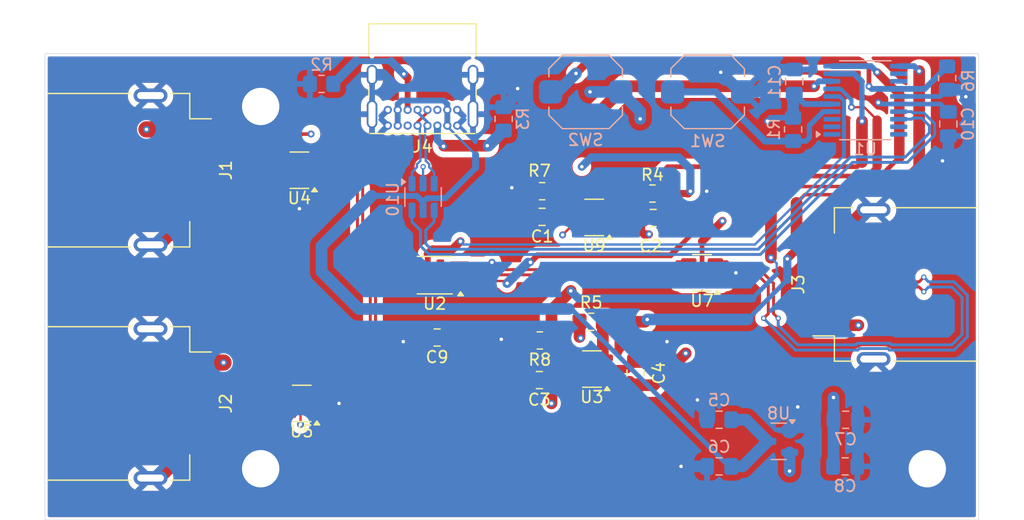
<source format=kicad_pcb>
(kicad_pcb (version 20241229) (generator "pcbnew") (generator_version "9.0")
  (layers (0 "F.Cu" signal) (4 "In1.Cu" signal) (6 "In2.Cu" signal) (2 "B.Cu" signal) (13 "F.Paste" user) (15 "B.Paste" user) (5 "F.SilkS" user "F.Silkscreen") (7 "B.SilkS" user "B.Silkscreen") (1 "F.Mask" user) (3 "B.Mask" user) (25 "Edge.Cuts" user))
  (net 0 "")
  (net 1 "VBUS_USB_0")
  (net 2 "GNDREF")
  (net 3 "VBUS_DEV")
  (net 4 "VBUS_USB_1")
  (net 5 "VBUS")
  (net 6 "VCC")
  (net 7 "/USB_0_P")
  (net 8 "/USB_0_N")
  (net 9 "/USB_1_P")
  (net 10 "/USB_1_N")
  (net 11 "/USB_D_N")
  (net 12 "/USB_D_P")
  (net 13 "/USB_C_N")
  (net 16 "Net-(J4-CC1)")
  (net 17 "/USB_C_P")
  (net 18 "Net-(J4-CC2)")
  (net 19 "/nRST")
  (net 20 "/BOOT0")
  (net 22 "/nFLT_0")
  (net 26 "/MUX_nOE")
  (net 27 "/nFLT_1")
  (net 29 "/MUX_SEL")
  (net 32 "/EN_0")
  (net 33 "/EN_1")
  (net 34 "/USB_CTRL_DATA_N")
  (net 35 "/USB_CTRL_DATA_P")
  (net 36 "/USB_0_DATA_N")
  (net 37 "/USB_1_DATA_P")
  (net 38 "/USB_0_DATA_P")
  (net 39 "/USB_1_DATA_N")
  (net 40 "/USB_DEV_P")
  (net 41 "/USB_DEV_N")
  (footprint "Capacitor_SMD:C_0805_2012Metric_Pad1.18x1.45mm_HandSolder" (layer "F.Cu") (at 112.575 89.575 90)
    (property "Reference" "C4")
    (property "Value" "150uF")
  )
  (footprint "MountingHole:MountingHole_3.2mm_M3_DIN965_Pad" (layer "F.Cu") (at 80.460496 66.709901)
    (property "Reference" "H1" (hide yes))
    (property "Value" "MountingHole_Pad" (hide yes))
  )
  (footprint "Package_TO_SOT_SMD:SOT-23-6" (layer "F.Cu") (at 118.275 80.975 180)
    (property "Reference" "U7")
    (property "Value" "USBLC6-2SC6")
  )
  (footprint "MountingHole:MountingHole_3.2mm_M3_DIN965_Pad" (layer "F.Cu") (at 137.573 97.775)
    (property "Reference" "H3" (hide yes))
    (property "Value" "MountingHole_Pad" (hide yes))
  )
  (footprint "Connector_USB:USB_A_Receptacle_GCT_USB1046" (layer "F.Cu") (at 136.522218 81.970149 90)
    (property "Reference" "J3")
    (property "Value" "USB_A")
  )
  (footprint "Package_TO_SOT_SMD:SOT-23-6" (layer "F.Cu") (at 83.775 72.175 180)
    (property "Reference" "U4")
    (property "Value" "USBLC6-2SC6")
  )
  (footprint "Package_TO_SOT_SMD:SOT-23-6" (layer "F.Cu") (at 83.975 92.175 180)
    (property "Reference" "U5")
    (property "Value" "USBLC6-2SC6")
  )
  (footprint "Resistor_SMD:R_0805_2012Metric_Pad1.20x1.40mm_HandSolder" (layer "F.Cu") (at 114.025 74.175 180)
    (property "Reference" "R4")
    (property "Value" "10k")
  )
  (footprint "Resistor_SMD:R_0805_2012Metric_Pad1.20x1.40mm_HandSolder" (layer "F.Cu") (at 104.575 73.975 180)
    (property "Reference" "R7")
    (property "Value" "10k")
  )
  (footprint "Connector_USB:USB_A_Receptacle_GCT_USB1046" (layer "F.Cu") (at 67.475 72.175 -90)
    (property "Reference" "J1")
    (property "Value" "USB_0")
  )
  (footprint "MountingHole:MountingHole_3.2mm_M3_DIN965_Pad" (layer "F.Cu") (at 80.460496 97.775)
    (property "Reference" "H2" (hide yes))
    (property "Value" "MountingHole_Pad" (hide yes))
  )
  (footprint "Connector_USB:USB_A_Receptacle_GCT_USB1046" (layer "F.Cu") (at 67.475 92.175 -90)
    (property "Reference" "J2")
    (property "Value" "USB_1")
  )
  (footprint "Package_TO_SOT_SMD:SOT-23-5" (layer "F.Cu") (at 108.8375 89.225 180)
    (property "Reference" "U3")
    (property "Value" "TPS2051CDBV")
  )
  (footprint "Package_SO:MSOP-10_3x3mm_P0.5mm" (layer "F.Cu") (at 95.375 81.175 180)
    (property "Reference" "U2")
    (property "Value" "FSUSB42MUX")
  )
  (footprint "Capacitor_SMD:C_0805_2012Metric_Pad1.18x1.45mm_HandSolder" (layer "F.Cu") (at 104.3375 90.175 180)
    (property "Reference" "C3")
    (property "Value" "100nF")
  )
  (footprint "Capacitor_SMD:C_0805_2012Metric_Pad1.18x1.45mm_HandSolder" (layer "F.Cu") (at 114.0875 76.275)
    (property "Reference" "C2")
    (property "Value" "150uF")
  )
  (footprint "Resistor_SMD:R_0805_2012Metric_Pad1.20x1.40mm_HandSolder" (layer "F.Cu") (at 104.375 86.775 180)
    (property "Reference" "R8")
    (property "Value" "10k")
  )
  (footprint "Package_TO_SOT_SMD:SOT-23-5" (layer "F.Cu") (at 109.0375 76.225 180)
    (property "Reference" "U9")
    (property "Value" "TPS2051CDBV")
  )
  (footprint "Resistor_SMD:R_0805_2012Metric_Pad1.20x1.40mm_HandSolder" (layer "F.Cu") (at 108.775 85.175)
    (property "Reference" "R5")
    (property "Value" "10k")
  )
  (footprint "Connector_USB:USB_C_Receptacle_GCT_USB4085" (layer "F.Cu") (at 97.300068 68.351494 180)
    (property "Reference" "J4")
    (property "Value" "USB_C_Receptacle")
  )
  (footprint "Capacitor_SMD:C_0805_2012Metric_Pad1.18x1.45mm_HandSolder" (layer "F.Cu") (at 104.575 76.175 180)
    (property "Reference" "C1")
    (property "Value" "100nF")
  )
  (footprint "Capacitor_SMD:C_0805_2012Metric_Pad1.18x1.45mm_HandSolder" (layer "F.Cu") (at 95.575 86.525 180)
    (property "Reference" "C9")
    (property "Value" "100nF")
  )
  (footprint "Capacitor_SMD:C_0805_2012Metric_Pad1.18x1.45mm_HandSolder" (layer "B.Cu") (at 119.7375 97.575 180)
    (property "Reference" "C6")
    (property "Value" "100nF")
  )
  (footprint "Package_TO_SOT_SMD:SOT-23-6" (layer "B.Cu") (at 94.375 74.475 -90)
    (property "Reference" "U10")
    (property "Value" "USBLC6-2SC6")
  )
  (footprint "Capacitor_SMD:C_0805_2012Metric_Pad1.18x1.45mm_HandSolder" (layer "B.Cu") (at 130.575 93.575)
    (property "Reference" "C7")
    (property "Value" "100nF")
  )
  (footprint "Resistor_SMD:R_0805_2012Metric_Pad1.20x1.40mm_HandSolder" (layer "B.Cu") (at 85.675 64.775 180)
    (property "Reference" "R2")
    (property "Value" "5.1k")
  )
  (footprint "Button_Switch_SMD:SW_Push_1TS009xxxx-xxxx-xxxx_6x6x5mm" (layer "B.Cu") (at 108.30339 65.457735 180)
    (property "Reference" "SW2")
    (property "Value" "SW_Push")
  )
  (footprint "Capacitor_SMD:C_0805_2012Metric_Pad1.18x1.45mm_HandSolder" (layer "B.Cu") (at 126.175 64.575 -90)
    (property "Reference" "C11")
    (property "Value" "100nF")
  )
  (footprint "Package_SO:TSSOP-20_4.4x6.5mm_P0.65mm" (layer "B.Cu") (at 132.2625 66.175)
    (property "Reference" "U1")
    (property "Value" "STM32F042F4Px")
  )
  (footprint "Capacitor_SMD:C_0805_2012Metric_Pad1.18x1.45mm_HandSolder" (layer "B.Cu") (at 119.7375 93.575 180)
    (property "Reference" "C5")
    (property "Value" "100nF")
  )
  (footprint "Resistor_SMD:R_0805_2012Metric_Pad1.20x1.40mm_HandSolder" (layer "B.Cu") (at 126.075 68.675 -90)
    (property "Reference" "R1")
    (property "Value" "10k")
  )
  (footprint "Resistor_SMD:R_0805_2012Metric_Pad1.20x1.40mm_HandSolder" (layer "B.Cu") (at 139.275 64.275 -90)
    (property "Reference" "R6")
    (property "Value" "10k")
  )
  (footprint "Capacitor_SMD:C_0805_2012Metric_Pad1.18x1.45mm_HandSolder" (layer "B.Cu") (at 130.5375 97.575)
    (property "Reference" "C8")
    (property "Value" "100nF")
  )
  (footprint "Button_Switch_SMD:SW_Push_1TS009xxxx-xxxx-xxxx_6x6x5mm" (layer "B.Cu") (at 118.755896 65.457735 180)
    (property "Reference" "SW1")
    (property "Value" "SW_Push")
  )
  (footprint "Package_TO_SOT_SMD:SOT-23" (layer "B.Cu") (at 124.8375 95.425 180)
    (property "Reference" "U8")
    (property "Value" "MCP1700x-330xxTT")
  )
  (footprint "Capacitor_SMD:C_0805_2012Metric_Pad1.18x1.45mm_HandSolder" (layer "B.Cu") (at 139.375 68.2125 90)
    (property "Reference" "C10")
    (property "Value" "100nF")
  )
  (footprint "Resistor_SMD:R_0805_2012Metric_Pad1.20x1.40mm_HandSolder" (layer "B.Cu") (at 101.275 67.775 90)
    (property "Reference" "R3")
    (property "Value" "5.1k")
  )
  (gr_rect (start 61.975 62.175) (end 141.975 102.175) (stroke (width 0.05)) (fill no) (layer "Edge.Cuts"))
  (segment (start 117.075 74.175) (end 117.275 73.975) (width 0.7) (layer "F.Cu") (net 1))
  (segment (start 83.601 69.475) (end 84.001 69.075) (width 0.3) (layer "F.Cu") (net 1))
  (segment (start 83.275 72.175) (end 83.601 71.849) (width 0.2) (layer "F.Cu") (net 1))
  (segment (start 107.9 77.175) (end 106.875 77.175) (width 0.2) (layer "F.Cu") (net 1))
  (segment (start 74.725 68.675) (end 70.675 68.675) (width 1.4) (layer "F.Cu") (net 1))
  (segment (start 106.325 77.725) (end 106.275 77.775) (width 0.2) (layer "F.Cu") (net 1))
  (segment (start 105.6125 76.175) (end 106.9 76.175) (width 0.4) (layer "F.Cu") (net 1))
  (segment (start 115.025 74.175) (end 117.075 74.175) (width 0.6) (layer "F.Cu") (net 1))
  (segment (start 106.875 77.175) (end 106.325 77.725) (width 0.2) (layer "F.Cu") (net 1))
  (segment (start 83.601 71.849) (end 83.601 71.565968) (width 0.2) (layer "F.Cu") (net 1))
  (segment (start 84.001 69.075) (end 84.775 69.075) (width 0.3) (layer "F.Cu") (net 1))
  (segment (start 106.9 76.175) (end 107.9 77.175) (width 0.4) (layer "F.Cu") (net 1))
  (segment (start 82.6375 72.175) (end 83.275 72.175) (width 0.2) (layer "F.Cu") (net 1))
  (segment (start 83.601 71.565968) (end 83.601 69.475) (width 0.3) (layer "F.Cu") (net 1))
  (via (at 117.275 73.975) (size 0.6) (drill 0.3) (layers "F.Cu" "B.Cu") (net 1))
  (via (at 107.975 71.875) (size 0.6) (drill 0.3) (layers "F.Cu" "B.Cu") (net 1))
  (via (at 106.325 77.725) (size 0.6) (drill 0.3) (layers "F.Cu" "B.Cu") (net 1))
  (via (at 70.675 68.675) (size 0.6) (drill 0.3) (layers "F.Cu" "B.Cu") (net 1))
  (via (at 84.775 69.075) (size 0.6) (drill 0.3) (layers "F.Cu" "B.Cu") (net 1))
  (segment (start 117.275 72.075) (end 117.275 73.975) (width 0.7) (layer "B.Cu") (net 1))
  (segment (start 113.675 71.075) (end 108.775 71.075) (width 0.7) (layer "B.Cu") (net 1))
  (segment (start 116.275 71.075) (end 117.275 72.075) (width 0.7) (layer "B.Cu") (net 1))
  (segment (start 108.775 71.075) (end 107.975 71.875) (width 0.7) (layer "B.Cu") (net 1))
  (segment (start 113.675 71.075) (end 116.275 71.075) (width 0.7) (layer "B.Cu") (net 1))
  (segment (start 132.172218 75.570149) (end 132.972218 75.570149) (width 0.2) (layer "F.Cu") (net 2))
  (segment (start 83.775 75.475) (end 83.775 75.575) (width 0.2) (layer "F.Cu") (net 2))
  (segment (start 118.675 74.475) (end 118.675 73.975) (width 1) (layer "F.Cu") (net 2))
  (segment (start 93.025 86.525) (end 92.675 86.875) (width 1) (layer "F.Cu") (net 2))
  (segment (start 100.175 80.175) (end 100.275 80.075) (width 0.2) (layer "F.Cu") (net 2))
  (segment (start 83.775 72.650001) (end 83.775 75.475) (width 0.4) (layer "F.Cu") (net 2))
  (segment (start 103.375 90.1) (end 103.3 90.175) (width 0.2) (layer "F.Cu") (net 2))
  (segment (start 74.725 95.675) (end 71.825 98.575) (width 1) (layer "F.Cu") (net 2))
  (segment (start 103.375 86.775) (end 101.175 86.775) (width 1) (layer "F.Cu") (net 2))
  (segment (start 74.725 75.675) (end 71.825 78.575) (width 1) (layer "F.Cu") (net 2))
  (segment (start 103.375 86.775) (end 103.375 90.1) (width 0.7) (layer "F.Cu") (net 2))
  (segment (start 115.826 75.574) (end 117.576 75.574) (width 0.2) (layer "F.Cu") (net 2))
  (segment (start 91.350068 68.351494) (end 91.350068 68.28084) (width 0.2) (layer "F.Cu") (net 2))
  (segment (start 111.425 76.225) (end 112.401 75.249) (width 0.4) (layer "F.Cu") (net 2))
  (segment (start 115.125 76.275) (end 115.826 75.574) (width 0.5) (layer "F.Cu") (net 2))
  (segment (start 84.9125 72.175) (end 84.250001 72.175) (width 0.2) (layer "F.Cu") (net 2))
  (segment (start 94.5375 86.525) (end 93.025 86.525) (width 1) (layer "F.Cu") (net 2))
  (segment (start 71.825 78.575) (end 71.025 78.575) (width 0.2) (layer "F.Cu") (net 2))
  (segment (start 103.5375 74.0125) (end 103.575 73.975) (width 0.2) (layer "F.Cu") (net 2))
  (segment (start 85.1125 92.175) (end 87.175 92.175) (width 0.2) (layer "F.Cu") (net 2))
  (segment (start 112.575 88.5375) (end 113.6125 88.5375) (width 0.7) (layer "F.Cu") (net 2))
  (segment (start 92.675 86.875) (end 92.575 86.975) (width 0.2) (layer "F.Cu") (net 2))
  (segment (start 84.250001 72.175) (end 83.775 72.650001) (width 0.2) (layer "F.Cu") (net 2))
  (segment (start 119.4125 80.975) (end 121.175 80.975) (width 0.2) (layer "F.Cu") (net 2))
  (segment (start 114.099 75.249) (end 115.125 76.275) (width 0.2) (layer "F.Cu") (net 2))
  (segment (start 97.4875 80.175) (end 100.175 80.175) (width 0.2) (layer "F.Cu") (net 2))
  (segment (start 101.175 86.775) (end 101.075 86.675) (width 0.2) (layer "F.Cu") (net 2))
  (segment (start 113.6125 88.5375) (end 115.275 86.875) (width 0.7) (layer "F.Cu") (net 2))
  (segment (start 109.975 89.225) (end 111.8875 89.225) (width 0.7) (layer "F.Cu") (net 2))
  (segment (start 103.575 73.975) (end 102.275 73.975) (width 1) (layer "F.Cu") (net 2))
  (segment (start 129.272218 78.470149) (end 132.172218 75.570149) (width 1) (layer "F.Cu") (net 2))
  (segment (start 117.576 75.574) (end 118.675 74.475) (width 0.5) (layer "F.Cu") (net 2))
  (segment (start 102.275 73.975) (end 101.975 73.675) (width 1) (layer "F.Cu") (net 2))
  (segment (start 103.5375 76.175) (end 103.5375 74.0125) (width 1) (layer "F.Cu") (net 2))
  (segment (start 110.175 76.225) (end 111.425 76.225) (width 0.4) (layer "F.Cu") (net 2))
  (segment (start 71.825 98.575) (end 71.025 98.575) (width 0.2) (layer "F.Cu") (net 2))
  (segment (start 112.401 75.249) (end 114.099 75.249) (width 0.2) (layer "F.Cu") (net 2))
  (segment (start 111.8875 89.225) (end 112.575 88.5375) (width 0.7) (layer "F.Cu") (net 2))
  (segment (start 101.075 86.675) (end 100.975 86.575) (width 0.2) (layer "F.Cu") (net 2))
  (via (at 115.275 86.875) (size 0.6) (drill 0.3) (layers "F.Cu" "B.Cu") (net 2))
  (via (at 101.075 86.675) (size 0.6) (drill 0.3) (layers "F.Cu" "B.Cu") (net 2))
  (via (at 118.675 73.975) (size 0.6) (drill 0.3) (layers "F.Cu" "B.Cu") (net 2))
  (via (at 94.375 71.875) (size 0.45) (drill 0.25) (layers "F.Cu" "B.Cu") (net 2))
  (via (at 126.475 92.475) (size 0.6) (drill 0.3) (layers "F.Cu" "B.Cu") (net 2))
  (via (at 101.975 73.675) (size 0.6) (drill 0.3) (layers "F.Cu" "B.Cu") (net 2))
  (via (at 138.875 71.375) (size 0.6) (drill 0.3) (layers "F.Cu" "B.Cu") (net 2))
  (via (at 100.275 80.075) (size 0.6) (drill 0.3) (layers "F.Cu" "B.Cu") (net 2))
  (via (at 116.475 97.575) (size 0.6) (drill 0.3) (layers "F.Cu" "B.Cu") (net 2))
  (via (at 119.875 63.775) (size 0.6) (drill 0.3) (layers "F.Cu" "B.Cu") (net 2))
  (via (at 87.175 92.175) (size 0.6) (drill 0.3) (layers "F.Cu" "B.Cu") (net 2))
  (via (at 117.875 91.875) (size 0.6) (drill 0.3) (layers "F.Cu" "B.Cu") (net 2))
  (via (at 102.475 65.175) (size 0.6) (drill 0.3) (layers "F.Cu" "B.Cu") (net 2))
  (via (at 121.175 80.975) (size 0.6) (drill 0.3) (layers "F.Cu" "B.Cu") (net 2))
  (via (at 92.675 86.875) (size 0.6) (drill 0.3) (layers "F.Cu" "B.Cu") (net 2))
  (via (at 83.775 75.475) (size 0.6) (drill 0.3) (layers "F.Cu" "B.Cu") (net 2))
  (via (at 140.875 65.875) (size 0.6) (drill 0.3) (layers "F.Cu" "B.Cu") (net 2))
  (segment (start 140.875 65.375) (end 140.875 65.875) (width 1) (layer "B.Cu") (net 2))
  (segment (start 140.775 65.275) (end 140.875 65.375) (width 1) (layer "B.Cu") (net 2))
  (segment (start 126.475 93.775) (end 126.475 92.475) (width 1.4) (layer "B.Cu") (net 2))
  (segment (start 102.475 65.575) (end 102.475 65.175) (width 1) (layer "B.Cu") (net 2))
  (segment (start 118.7 97.575) (end 116.475 97.575) (width 1) (layer "B.Cu") (net 2))
  (segment (start 118.7 92.7) (end 117.875 91.875) (width 1.4) (layer "B.Cu") (net 2))
  (segment (start 121.755896 65.457735) (end 122.992265 65.457735) (width 1) (layer "B.Cu") (net 2))
  (segment (start 139.275 65.275) (end 138.7 65.85) (width 0.4) (layer "B.Cu") (net 2))
  (segment (start 101.275 66.775) (end 102.475 65.575) (width 1) (layer "B.Cu") (net 2))
  (segment (start 131.6125 93.575) (end 131.6125 97.5375) (width 1) (layer "B.Cu") (net 2))
  (segment (start 131.6125 89.729867) (end 132.972218 88.370149) (width 1) (layer "B.Cu") (net 2))
  (segment (start 90.858506 63.991494) (end 90.875 63.975) (width 0.2) (layer "B.Cu") (net 2))
  (segment (start 117.875 91.875) (end 117.775 91.775) (width 0.2) (layer "B.Cu") (net 2))
  (segment (start 139.375 69.25) (end 139.375 70.875) (width 1) (layer "B.Cu") (net 2))
  (segment (start 139.275 65.275) (end 140.775 65.275) (width 1) (layer "B.Cu") (net 2))
  (segment (start 94.375 73.3375) (end 94.375 71.875) (width 0.2) (layer "B.Cu") (net 2))
  (segment (start 122.992265 65.457735) (end 124.9125 63.5375) (width 1) (layer "B.Cu") (net 2))
  (segment (start 138.7 65.85) (end 135.125 65.85) (width 0.4) (layer "B.Cu") (net 2))
  (segment (start 126.475 92.475) (end 126.475 92.375) (width 0.2) (layer "B.Cu") (net 2))
  (segment (start 131.6125 97.5375) (end 131.575 97.575) (width 0.2) (layer "B.Cu") (net 2))
  (segment (start 121.755896 65.457735) (end 121.557735 65.457735) (width 0.4) (layer "B.Cu") (net 2))
  (segment (start 90.370068 67.001494) (end 90.000068 67.371494) (width 0.2) (layer "B.Cu") (net 2))
  (segment (start 90.000068 63.991494) (end 90.858506 63.991494) (width 1) (layer "B.Cu") (net 2))
  (segment (start 125.775 94.475) (end 126.475 93.775) (width 1.4) (layer "B.Cu") (net 2))
  (segment (start 131.6125 93.575) (end 131.6125 89.729867) (width 1) (layer "B.Cu") (net 2))
  (segment (start 118.7 93.575) (end 118.7 92.7) (width 1.4) (layer "B.Cu") (net 2))
  (segment (start 126.175 63.5375) (end 125.9125 63.275) (width 0.2) (layer "B.Cu") (net 2))
  (segment (start 94.375 71.875) (end 94.375 71.775) (width 0.2) (layer "B.Cu") (net 2))
  (segment (start 121.557735 65.457735) (end 119.875 63.775) (width 1) (layer "B.Cu") (net 2))
  (segment (start 124.9125 63.5375) (end 126.175 63.5375) (width 1) (layer "B.Cu") (net 2))
  (segment (start 139.375 70.875) (end 138.875 71.375) (width 1) (layer "B.Cu") (net 2))
  (segment (start 118.275 80.499999) (end 117.799999 80.975) (width 0.2) (layer "F.Cu") (net 3))
  (segment (start 117.1375 80.975) (end 117.491968 80.975) (width 0.2) (layer "F.Cu") (net 3))
  (segment (start 117.799999 80.975) (end 117.1375 80.975) (width 0.2) (layer "F.Cu") (net 3))
  (segment (start 118.275 78.275) (end 118.275 80.499999) (width 0.4) (layer "F.Cu") (net 3))
  (segment (start 112.1375 90.175) (end 112.575 90.6125) (width 0.2) (layer "F.Cu") (net 3))
  (segment (start 113.05 76.275) (end 113.05 77.411218) (width 0.7) (layer "F.Cu") (net 3))
  (segment (start 129.272218 85.470149) (end 131.670149 85.470149) (width 1) (layer "F.Cu") (net 3))
  (segment (start 110.175 77.175) (end 112.15 77.175) (width 0.7) (layer "F.Cu") (net 3))
  (segment (start 131.670149 85.470149) (end 131.675 85.475) (width 0.2) (layer "F.Cu") (net 3))
  (segment (start 112.15 77.175) (end 113.05 76.275) (width 0.7) (layer "F.Cu") (net 3))
  (segment (start 109.975 90.175) (end 112.1375 90.175) (width 0.7) (layer "F.Cu") (net 3))
  (segment (start 114.1375 90.6125) (end 116.875 87.875) (width 1) (layer "F.Cu") (net 3))
  (segment (start 120.025 76.525) (end 118.275 78.275) (width 0.7) (layer "F.Cu") (net 3))
  (segment (start 113.05 77.411218) (end 113.318213 77.679431) (width 0.7) (layer "F.Cu") (net 3))
  (segment (start 114.1375 90.6125) (end 112.575 90.6125) (width 1) (layer "F.Cu") (net 3))
  (segment (start 113.721396 77.679431) (end 113.744111 77.656716) (width 0.2) (layer "F.Cu") (net 3))
  (segment (start 113.318213 77.679431) (end 113.721396 77.679431) (width 0.7) (layer "F.Cu") (net 3))
  (via (at 116.875 87.875) (size 0.6) (drill 0.3) (layers "F.Cu" "B.Cu") (net 3))
  (via (at 120.025 76.525) (size 0.6) (drill 0.3) (layers "F.Cu" "B.Cu") (net 3))
  (via (at 131.675 85.475) (size 0.6) (drill 0.3) (layers "F.Cu" "B.Cu") (net 3))
  (via (at 113.744111 77.656716) (size 0.6) (drill 0.3) (layers "F.Cu" "B.Cu") (net 3))
  (segment (start 120.025 76.525) (end 120.075 76.575) (width 0.2) (layer "B.Cu") (net 3))
  (segment (start 83.499999 92.175) (end 83.875 92.550001) (width 0.2) (layer "F.Cu") (net 4))
  (segment (start 82.8375 92.175) (end 83.191968 92.175) (width 0.2) (layer "F.Cu") (net 4))
  (segment (start 107.775 86.475) (end 107.875 86.575) (width 0.2) (layer "F.Cu") (net 4))
  (segment (start 105.375 90.175) (end 105.375 92.175) (width 1) (layer "F.Cu") (net 4))
  (segment (start 74.725 88.675) (end 77.275 88.675) (width 1.4) (layer "F.Cu") (net 4))
  (segment (start 83.499999 92.175) (end 82.8375 92.175) (width 0.2) (layer "F.Cu") (net 4))
  (segment (start 107.775 85.175) (end 107.775 86.475) (width 1) (layer "F.Cu") (net 4))
  (segment (start 105.375 90.175) (end 107.7 90.175) (width 1) (layer "F.Cu") (net 4))
  (segment (start 83.875 92.550001) (end 83.875 93.975) (width 0.2) (layer "F.Cu") (net 4))
  (via (at 83.875 93.975) (size 0.6) (drill 0.3) (layers "F.Cu" "B.Cu") (net 4))
  (via (at 107.875 86.575) (size 0.6) (drill 0.3) (layers "F.Cu" "B.Cu") (net 4))
  (via (at 77.275 88.675) (size 0.6) (drill 0.3) (layers "F.Cu" "B.Cu") (net 4))
  (via (at 105.375 92.175) (size 0.6) (drill 0.3) (layers "F.Cu" "B.Cu") (net 4))
  (segment (start 85.675 80.875) (end 85.675 78.675) (width 1) (layer "B.Cu") (net 5))
  (segment (start 96.450068 66.50652) (end 96.450068 67.001494) (width 0.5) (layer "B.Cu") (net 5))
  (segment (start 106.875 84.075) (end 88.875 84.075) (width 1) (layer "B.Cu") (net 5))
  (segment (start 96.450068 67.675) (end 96.450068 67.001494) (width 0.5) (layer "B.Cu") (net 5))
  (segment (start 121.75 97.575) (end 123.9 95.425) (width 1) (layer "B.Cu") (net 5))
  (segment (start 98.875 71.975) (end 98.875 70.84708) (width 0.6) (layer "B.Cu") (net 5))
  (segment (start 120.575 97.575) (end 107.075 84.075) (width 0.4) (layer "B.Cu") (net 5))
  (segment (start 96.275 74.575) (end 98.875 71.975) (width 0.5) (layer "B.Cu") (net 5))
  (segment (start 120.775 97.575) (end 120.575 97.575) (width 0.2) (layer "B.Cu") (net 5))
  (segment (start 88.875 84.075) (end 85.675 80.875) (width 1) (layer "B.Cu") (net 5))
  (segment (start 107.075 84.075) (end 106.875 84.075) (width 0.4) (layer "B.Cu") (net 5))
  (segment (start 94.710032 74.575) (end 96.275 74.575) (width 0.5) (layer "B.Cu") (net 5))
  (segment (start 120.775 97.575) (end 121.75 97.575) (width 1) (layer "B.Cu") (net 5))
  (segment (start 89.701 74.649) (end 89.975 74.375) (width 1) (layer "B.Cu") (net 5))
  (segment (start 96.144042 66.200494) (end 96.450068 66.50652) (width 0.5) (layer "B.Cu") (net 5))
  (segment (start 93.839968 74.375) (end 94.375 74.910032) (width 0.5) (layer "B.Cu") (net 5))
  (segment (start 120.775 93.575) (end 122.05 93.575) (width 1) (layer "B.Cu") (net 5))
  (segment (start 92.200068 67.001494) (end 92.200068 68.351494) (width 0.5) (layer "B.Cu") (net 5))
  (segment (start 96.450068 68.422148) (end 96.450068 68.351494) (width 0.2) (layer "B.Cu") (net 5))
  (segment (start 122.05 93.575) (end 123.9 95.425) (width 1) (layer "B.Cu") (net 5))
  (segment (start 96.450068 68.351494) (end 96.450068 67.675) (width 0.5) (layer "B.Cu") (net 5))
  (segment (start 94.375 74.910032) (end 94.710032 74.575) (width 0.5) (layer "B.Cu") (net 5))
  (segment (start 92.506094 66.200494) (end 96.144042 66.200494) (width 0.5) (layer "B.Cu") (net 5))
  (segment (start 92.200068 67.001494) (end 92.200068 66.50652) (width 0.5) (layer "B.Cu") (net 5))
  (segment (start 85.675 78.675) (end 89.701 74.649) (width 1) (layer "B.Cu") (net 5))
  (segment (start 89.975 74.375) (end 93.839968 74.375) (width 0.5) (layer "B.Cu") (net 5))
  (segment (start 94.375 74.910032) (end 94.375 75.6125) (width 0.2) (layer "B.Cu") (net 5))
  (segment (start 92.200068 66.50652) (end 92.506094 66.200494) (width 0.5) (layer "B.Cu") (net 5))
  (segment (start 98.875 70.84708) (end 96.450068 68.422148) (width 0.2) (layer "B.Cu") (net 5))
  (segment (start 97.4875 82.175) (end 97.4875 83.4625) (width 0.4) (layer "F.Cu") (net 6))
  (via (at 123.875 67.975) (size 0.6) (drill 0.3) (layers "F.Cu" "B.Cu") (net 6))
  (via (at 125.775 97.975) (size 0.6) (drill 0.3) (layers "F.Cu" "B.Cu") (net 6))
  (via (at 112.975 67.775) (size 0.6) (drill 0.3) (layers "F.Cu" "B.Cu") (net 6))
  (via (at 133.375 66.375) (size 0.6) (drill 0.3) (layers "F.Cu" "B.Cu") (net 6))
  (via (at 129.5375 91.667164) (size 0.6) (drill 0.3) (layers "F.Cu" "B.Cu") (net 6))
  (via (at 108.675 65.457735) (size 0.6) (drill 0.3) (layers "F.Cu" "B.Cu") (net 6))
  (segment (start 138.7 66.5) (end 135.125 66.5) (width 0.4) (layer "B.Cu") (net 6))
  (segment (start 126.075 67.675) (end 126.075 65.7125) (width 1) (layer "B.Cu") (net 6))
  (segment (start 135.125 66.5) (end 133.5 66.5) (width 0.4) (layer "B.Cu") (net 6))
  (segment (start 124.175 67.675) (end 126.075 67.675) (width 0.5) (layer "B.Cu") (net 6))
  (segment (start 111.30339 65.457735) (end 112.975 67.129345) (width 1) (layer "B.Cu") (net 6))
  (segment (start 129.575 93.575) (end 129.775 93.775) (width 0.2) (layer "B.Cu") (net 6))
  (segment (start 123.875 67.975) (end 124.175 67.675) (width 0.5) (layer "B.Cu") (net 6))
  (segment (start 127.0625 66.5) (end 129.4 66.5) (width 0.5) (layer "B.Cu") (net 6))
  (segment (start 112.975 67.129345) (end 112.975 67.775) (width 1) (layer "B.Cu") (net 6))
  (segment (start 129.5375 93.575) (end 129.5375 97.5375) (width 1) (layer "B.Cu") (net 6))
  (segment (start 126.075 65.7125) (end 126.175 65.6125) (width 0.2) (layer "B.Cu") (net 6))
  (segment (start 129.5375 93.575) (end 129.5375 91.667164) (width 1) (layer "B.Cu") (net 6))
  (segment (start 126.175 65.6125) (end 127.0625 66.5) (width 0.5) (layer "B.Cu") (net 6))
  (segment (start 129.5375 97.5375) (end 129.5 97.575) (width 0.2) (layer "B.Cu") (net 6))
  (segment (start 111.30339 65.457735) (end 111.192265 65.457735) (width 0.2) (layer "B.Cu") (net 6))
  (segment (start 112.975 67.775) (end 112.975 67.875) (width 0.2) (layer "B.Cu") (net 6))
  (segment (start 111.30339 66.20339) (end 111.30339 65.457735) (width 0.45) (layer "B.Cu") (net 6))
  (segment (start 139.375 67.175) (end 138.7 66.5) (width 0.4) (layer "B.Cu") (net 6))
  (segment (start 133.5 66.5) (end 133.375 66.375) (width 0.4) (layer "B.Cu") (net 6))
  (segment (start 125.775 96.375) (end 125.775 97.975) (width 1) (layer "B.Cu") (net 6))
  (segment (start 111.30339 65.457735) (end 108.675 65.457735) (width 1) (layer "B.Cu") (net 6))
  (segment (start 108.675 65.457735) (end 108.592265 65.457735) (width 0.2) (layer "B.Cu") (net 6))
  (segment (start 74.725 73.175) (end 76.975001 73.175) (width 0.2507) (layer "F.Cu") (net 7))
  (segment (start 80.918749 72.4) (end 81.643749 73.125) (width 0.2507) (layer "F.Cu") (net 7))
  (segment (start 81.643749 73.125) (end 82.6375 73.125) (width 0.2507) (layer "F.Cu") (net 7))
  (segment (start 77.750001 72.4) (end 80.918749 72.4) (width 0.2507) (layer "F.Cu") (net 7))
  (segment (start 76.975001 73.175) (end 77.750001 72.4) (width 0.2507) (layer "F.Cu") (net 7))
  (segment (start 77.750001 71.95) (end 80.918749 71.95) (width 0.2507) (layer "F.Cu") (net 8))
  (segment (start 76.975001 71.175) (end 77.750001 71.95) (width 0.2507) (layer "F.Cu") (net 8))
  (segment (start 81.643749 71.225) (end 82.6375 71.225) (width 0.2507) (layer "F.Cu") (net 8))
  (segment (start 80.918749 71.95) (end 81.643749 71.225) (width 0.2507) (layer "F.Cu") (net 8))
  (segment (start 74.725 71.175) (end 76.975001 71.175) (width 0.2507) (layer "F.Cu") (net 8))
  (segment (start 81.118749 92.4) (end 81.843749 93.125) (width 0.2507) (layer "F.Cu") (net 9))
  (segment (start 74.725 93.175) (end 76.975001 93.175) (width 0.2507) (layer "F.Cu") (net 9))
  (segment (start 81.843749 93.125) (end 82.8375 93.125) (width 0.2507) (layer "F.Cu") (net 9))
  (segment (start 76.975001 93.175) (end 77.750001 92.4) (width 0.2507) (layer "F.Cu") (net 9))
  (segment (start 77.750001 92.4) (end 81.118749 92.4) (width 0.2507) (layer "F.Cu") (net 9))
  (segment (start 76.975001 91.175) (end 77.750001 91.95) (width 0.2507) (layer "F.Cu") (net 10))
  (segment (start 77.750001 91.95) (end 81.118749 91.95) (width 0.2507) (layer "F.Cu") (net 10))
  (segment (start 81.118749 91.95) (end 81.843749 91.225) (width 0.2507) (layer "F.Cu") (net 10))
  (segment (start 81.843749 91.225) (end 82.8375 91.225) (width 0.2507) (layer "F.Cu") (net 10))
  (segment (start 74.725 91.175) (end 76.975001 91.175) (width 0.2507) (layer "F.Cu") (net 10))
  (segment (start 135.175001 82.19515) (end 136.875001 82.19515) (width 0.2507) (layer "F.Cu") (net 11))
  (segment (start 132.297219 82.195149) (end 135.175 82.195149) (width 0.2507) (layer "F.Cu") (net 11))
  (segment (start 129.272218 82.970149) (end 131.522219 82.970149) (width 0.2507) (layer "F.Cu") (net 11))
  (segment (start 136.875001 82.19515) (end 137.275 82.595149) (width 0.2507) (layer "F.Cu") (net 11))
  (segment (start 120.755251 80.374) (end 121.423943 80.374) (width 0.2507) (layer "F.Cu") (net 11))
  (segment (start 124.400001 81.881803) (end 124.400001 84.475001) (width 0.2507) (layer "F.Cu") (net 11))
  (segment (start 131.522219 82.970149) (end 132.297219 82.195149) (width 0.2507) (layer "F.Cu") (net 11))
  (segment (start 124.400001 84.475001) (end 124.8 84.875) (width 0.2507) (layer "F.Cu") (net 11))
  (segment (start 119.4125 80.025) (end 120.406251 80.025) (width 0.2507) (layer "F.Cu") (net 11))
  (segment (start 121.799943 80.75) (end 123.268198 80.75) (width 0.2507) (layer "F.Cu") (net 11))
  (segment (start 120.406251 80.025) (end 120.755251 80.374) (width 0.2507) (layer "F.Cu") (net 11))
  (segment (start 123.268198 80.75) (end 124.400001 81.881803) (width 0.2507) (layer "F.Cu") (net 11))
  (segment (start 121.423943 80.374) (end 121.799943 80.75) (width 0.2507) (layer "F.Cu") (net 11))
  (segment (start 135.175 82.195149) (end 135.175001 82.19515) (width 0.2507) (layer "F.Cu") (net 11))
  (via (at 137.275 82.595149) (size 0.45) (drill 0.25) (layers "F.Cu" "B.Cu") (net 11))
  (via (at 124.8 84.875) (size 0.45) (drill 0.25) (layers "F.Cu" "B.Cu") (net 11))
  (segment (start 140.555221 86.276581) (end 139.681802 87.15) (width 0.2507) (layer "B.Cu") (net 11))
  (segment (start 131.431793 87.15) (end 126.461397 87.15) (width 0.2507) (layer "B.Cu") (net 11))
  (segment (start 139.676952 82.19515) (end 140.555221 83.073419) (width 0.2507) (layer "B.Cu") (net 11))
  (segment (start 134.381812 87.019169) (end 131.562624 87.019169) (width 0.2507) (layer "B.Cu") (net 11))
  (segment (start 134.512643 87.15) (end 134.381812 87.019169) (width 0.2507) (layer "B.Cu") (net 11))
  (segment (start 126.461397 87.15) (end 124.8 85.488603) (width 0.2507) (layer "B.Cu") (net 11))
  (segment (start 137.674999 82.19515) (end 139.676952 82.19515) (width 0.2507) (layer "B.Cu") (net 11))
  (segment (start 124.8 85.488603) (end 124.8 84.875) (width 0.2507) (layer "B.Cu") (net 11))
  (segment (start 131.562624 87.019169) (end 131.431793 87.15) (width 0.2507) (layer "B.Cu") (net 11))
  (segment (start 139.681802 87.15) (end 134.512643 87.15) (width 0.2507) (layer "B.Cu") (net 11))
  (segment (start 140.555221 83.073419) (end 140.555221 86.276581) (width 0.2507) (layer "B.Cu") (net 11))
  (segment (start 137.275 82.595149) (end 137.674999 82.19515) (width 0.2507) (layer "B.Cu") (net 11))
  (segment (start 131.522219 80.970149) (end 132.297219 81.745149) (width 0.2507) (layer "F.Cu") (net 12))
  (segment (start 136.875001 81.745148) (end 137.275 81.345149) (width 0.2507) (layer "F.Cu") (net 12))
  (segment (start 129.272218 80.970149) (end 131.522219 80.970149) (width 0.2507) (layer "F.Cu") (net 12))
  (segment (start 121.799943 81.2) (end 123.081802 81.2) (width 0.2507) (layer "F.Cu") (net 12))
  (segment (start 135.175001 81.745148) (end 136.875001 81.745148) (width 0.2507) (layer "F.Cu") (net 12))
  (segment (start 123.949999 82.068197) (end 123.949999 84.475001) (width 0.2507) (layer "F.Cu") (net 12))
  (segment (start 121.423943 81.576) (end 121.799943 81.2) (width 0.2507) (layer "F.Cu") (net 12))
  (segment (start 135.175 81.745149) (end 135.175001 81.745148) (width 0.2507) (layer "F.Cu") (net 12))
  (segment (start 120.755251 81.576) (end 121.423943 81.576) (width 0.2507) (layer "F.Cu") (net 12))
  (segment (start 120.406251 81.925) (end 120.755251 81.576) (width 0.2507) (layer "F.Cu") (net 12))
  (segment (start 119.4125 81.925) (end 120.406251 81.925) (width 0.2507) (layer "F.Cu") (net 12))
  (segment (start 123.949999 84.475001) (end 123.55 84.875) (width 0.2507) (layer "F.Cu") (net 12))
  (segment (start 123.081802 81.2) (end 123.949999 82.068197) (width 0.2507) (layer "F.Cu") (net 12))
  (segment (start 132.297219 81.745149) (end 135.175 81.745149) (width 0.2507) (layer "F.Cu") (net 12))
  (via (at 137.275 81.345149) (size 0.45) (drill 0.25) (layers "F.Cu" "B.Cu") (net 12))
  (via (at 123.55 84.875) (size 0.45) (drill 0.25) (layers "F.Cu" "B.Cu") (net 12))
  (segment (start 134.326275 87.6) (end 134.195424 87.469149) (width 0.2507) (layer "B.Cu") (net 12))
  (segment (start 131.749012 87.469149) (end 131.618161 87.6) (width 0.2507) (layer "B.Cu") (net 12))
  (segment (start 139.863346 81.745148) (end 141.005221 82.887023) (width 0.2507) (layer "B.Cu") (net 12))
  (segment (start 131.618161 87.6) (end 126.275 87.6) (width 0.2507) (layer "B.Cu") (net 12))
  (segment (start 134.195424 87.469149) (end 131.749012 87.469149) (width 0.2507) (layer "B.Cu") (net 12))
  (segment (start 126.275 87.6) (end 123.55 84.875) (width 0.2507) (layer "B.Cu") (net 12))
  (segment (start 137.674999 81.745148) (end 139.863346 81.745148) (width 0.2507) (layer "B.Cu") (net 12))
  (segment (start 141.005221 82.887023) (end 141.005221 86.462977) (width 0.2507) (layer "B.Cu") (net 12))
  (segment (start 139.868198 87.6) (end 134.326275 87.6) (width 0.2507) (layer "B.Cu") (net 12))
  (segment (start 137.275 81.345149) (end 137.674999 81.745148) (width 0.2507) (layer "B.Cu") (net 12))
  (segment (start 141.005221 86.462977) (end 139.868198 87.6) (width 0.2507) (layer "B.Cu") (net 12))
  (segment (start 93.900068 68.049932) (end 93.900068 68.351494) (width 0.2507) (layer "F.Cu") (net 13))
  (segment (start 94.750068 67.199932) (end 93.900068 68.049932) (width 0.2507) (layer "F.Cu") (net 13))
  (segment (start 94.750068 67.001494) (end 94.750068 67.199932) (width 0.2507) (layer "F.Cu") (net 13))
  (segment (start 93.425 73.3375) (end 93.425 72.343749) (width 0.2) (layer "B.Cu") (net 13))
  (segment (start 94.15 71.356123) (end 94.15 69.975) (width 0.2) (layer "B.Cu") (net 13))
  (segment (start 94.100067 68.551493) (end 93.900068 68.351494) (width 0.2) (layer "B.Cu") (net 13))
  (segment (start 93.849 71.919749) (end 93.849 71.657123) (width 0.2) (layer "B.Cu") (net 13))
  (segment (start 93.425 72.343749) (end 93.849 71.919749) (width 0.2) (layer "B.Cu") (net 13))
  (segment (start 93.849 71.657123) (end 94.15 71.356123) (width 0.2) (layer "B.Cu") (net 13))
  (segment (start 94.100067 69.925067) (end 94.100067 68.551493) (width 0.2) (layer "B.Cu") (net 13))
  (segment (start 94.15 69.975) (end 94.100067 69.925067) (width 0.2) (layer "B.Cu") (net 13))
  (segment (start 96.125 70.125) (end 96.176 70.074) (width 0.2) (layer "F.Cu") (net 16))
  (segment (start 96.176 70.074) (end 99.874 70.074) (width 1) (layer "F.Cu") (net 16))
  (via (at 99.874 70.074) (size 0.6) (drill 0.3) (layers "F.Cu" "B.Cu") (net 16))
  (via (at 96.125 70.125) (size 0.6) (drill 0.3) (layers "F.Cu" "B.Cu") (net 16))
  (segment (start 99.874 70.074) (end 99.976 70.074) (width 0.2) (layer "B.Cu") (net 16))
  (segment (start 95.600068 68.351494) (end 95.600068 69.600068) (width 0.6) (layer "B.Cu") (net 16))
  (segment (start 95.600068 69.600068) (end 96.125 70.125) (width 0.6) (layer "B.Cu") (net 16))
  (segment (start 96.125 70.125) (end 96.175 70.175) (width 0.2) (layer "B.Cu") (net 16))
  (segment (start 99.976 70.074) (end 101.275 68.775) (width 1) (layer "B.Cu") (net 16))
  (segment (start 94.6 69.802794) (end 94.550069 69.752863) (width 0.2) (layer "B.Cu") (net 17))
  (segment (start 94.550069 69.752863) (end 94.550069 68.551493) (width 0.2) (layer "B.Cu") (net 17))
  (segment (start 94.901 71.657123) (end 94.6 71.356123) (width 0.2) (layer "B.Cu") (net 17))
  (segment (start 93.900068 67.200068) (end 94.750068 68.050068) (width 0.2507) (layer "B.Cu") (net 17))
  (segment (start 94.6 71.356123) (end 94.6 69.802794) (width 0.2) (layer "B.Cu") (net 17))
  (segment (start 94.750068 68.050068) (end 94.750068 68.351494) (width 0.2507) (layer "B.Cu") (net 17))
  (segment (start 93.900068 67.001494) (end 93.900068 67.200068) (width 0.2507) (layer "B.Cu") (net 17))
  (segment (start 94.901 71.919749) (end 94.901 71.657123) (width 0.2) (layer "B.Cu") (net 17))
  (segment (start 95.325 73.3375) (end 95.325 72.343749) (width 0.2) (layer "B.Cu") (net 17))
  (segment (start 95.325 72.343749) (end 94.901 71.919749) (width 0.2) (layer "B.Cu") (net 17))
  (segment (start 94.550069 68.551493) (end 94.750068 68.351494) (width 0.2) (layer "B.Cu") (net 17))
  (segment (start 92.725 63.925) (end 93.050068 64.250068) (width 0.7) (layer "F.Cu") (net 18))
  (segment (start 93.050068 64.250068) (end 93.050068 67.001494) (width 0.5) (layer "F.Cu") (net 18))
  (via (at 92.725 63.925) (size 0.6) (drill 0.3) (layers "F.Cu" "B.Cu") (net 18))
  (segment (start 88.625 62.825) (end 91.625 62.825) (width 0.5) (layer "B.Cu") (net 18))
  (segment (start 86.675 64.775) (end 88.625 62.825) (width 0.8) (layer "B.Cu") (net 18))
  (segment (start 92.725 63.925) (end 92.775 63.975) (width 0.2) (layer "B.Cu") (net 18))
  (segment (start 91.625 62.825) (end 92.725 63.925) (width 0.7) (layer "B.Cu") (net 18))
  (segment (start 115.755896 65.457735) (end 119.457735 65.457735) (width 0.6) (layer "B.Cu") (net 19))
  (segment (start 127.475 69.375) (end 127.475 68.337501) (width 0.45) (layer "B.Cu") (net 19))
  (segment (start 127.475 68.337501) (end 128.662501 67.15) (width 0.45) (layer "B.Cu") (net 19))
  (segment (start 123.675 69.675) (end 126.075 69.675) (width 0.6) (layer "B.Cu") (net 19))
  (segment (start 126.075 69.675) (end 127.175 69.675) (width 0.45) (layer "B.Cu") (net 19))
  (segment (start 128.662501 67.15) (end 129.4 67.15) (width 0.45) (layer "B.Cu") (net 19))
  (segment (start 127.175 69.675) (end 127.475 69.375) (width 0.45) (layer "B.Cu") (net 19))
  (segment (start 119.457735 65.457735) (end 123.675 69.675) (width 0.6) (layer "B.Cu") (net 19))
  (segment (start 107.475 63.875) (end 108.574 62.776) (width 0.7) (layer "F.Cu") (net 20))
  (segment (start 132.575 63.375) (end 132.575 64.975) (width 0.4) (layer "F.Cu") (net 20))
  (segment (start 131.976 62.776) (end 132.575 63.375) (width 0.4) (layer "F.Cu") (net 20))
  (segment (start 108.574 62.776) (end 131.675 62.776) (width 0.7) (layer "F.Cu") (net 20))
  (segment (start 131.675 62.776) (end 131.976 62.776) (width 0.2) (layer "F.Cu") (net 20))
  (via (at 107.475 63.875) (size 0.6) (drill 0.3) (layers "F.Cu" "B.Cu") (net 20))
  (via (at 132.575 64.975) (size 0.6) (drill 0.3) (layers "F.Cu" "B.Cu") (net 20))
  (segment (start 132.8 65.2) (end 135.125 65.2) (width 0.5) (layer "B.Cu") (net 20))
  (segment (start 107.475 63.875) (end 107.575 63.775) (width 0.2) (layer "B.Cu") (net 20))
  (segment (start 132.575 64.975) (end 132.8 65.2) (width 0.5) (layer "B.Cu") (net 20))
  (segment (start 105.30339 65.457735) (end 105.892265 65.457735) (width 0.2) (layer "B.Cu") (net 20))
  (segment (start 105.30339 65.457735) (end 105.30339 65.04661) (width 0.2) (layer "B.Cu") (net 20))
  (segment (start 137.35 65.2) (end 135.125 65.2) (width 0.5) (layer "B.Cu") (net 20))
  (segment (start 105.892265 65.457735) (end 107.475 63.875) (width 1) (layer "B.Cu") (net 20))
  (segment (start 139.275 63.275) (end 137.35 65.2) (width 0.5) (layer "B.Cu") (net 20))
  (segment (start 131.975 67.975) (end 131.975 71.475) (width 1) (layer "F.Cu") (net 22))
  (segment (start 115.325 71.875) (end 113.025 74.175) (width 0.4) (layer "F.Cu") (net 22))
  (segment (start 131.575 71.875) (end 115.325 71.875) (width 0.4) (layer "F.Cu") (net 22))
  (segment (start 111.275 74.175) (end 110.175 75.275) (width 0.4) (layer "F.Cu") (net 22))
  (segment (start 131.975 71.475) (end 131.575 71.875) (width 0.2) (layer "F.Cu") (net 22))
  (segment (start 113.025 74.175) (end 111.275 74.175) (width 1) (layer "F.Cu") (net 22))
  (via (at 131.975 67.975) (size 0.6) (drill 0.3) (layers "F.Cu" "B.Cu") (net 22))
  (segment (start 131.975 64.575) (end 131.975 67.975) (width 0.45) (layer "B.Cu") (net 22))
  (segment (start 129.4 63.9) (end 131.3 63.9) (width 0.5) (layer "B.Cu") (net 22))
  (segment (start 131.3 63.9) (end 131.975 64.575) (width 0.5) (layer "B.Cu") (net 22))
  (segment (start 96.875 78.975) (end 95.175 78.975) (width 0.7) (layer "F.Cu") (net 26))
  (segment (start 94.775 81.975) (end 94.775 79.375) (width 0.5) (layer "F.Cu") (net 26))
  (segment (start 97.575 78.275) (end 96.875 78.975) (width 0.7) (layer "F.Cu") (net 26))
  (segment (start 94.775 81.975) (end 94.575 82.175) (width 0.4) (layer "F.Cu") (net 26))
  (segment (start 94.575 82.175) (end 93.2625 82.175) (width 0.4) (layer "F.Cu") (net 26))
  (segment (start 95.175 78.975) (end 94.775 79.375) (width 0.7) (layer "F.Cu") (net 26))
  (via (at 97.575 78.275) (size 0.6) (drill 0.3) (layers "F.Cu" "B.Cu") (net 26))
  (segment (start 130.05737 65.85) (end 130.4385 66.23113) (width 0.35) (layer "B.Cu") (net 26))
  (segment (start 130.4385 70.9115) (end 129.275 72.075) (width 0.2) (layer "B.Cu") (net 26))
  (segment (start 97.849 78.549) (end 97.575 78.275) (width 0.2) (layer "B.Cu") (net 26))
  (segment (start 130.4385 66.23113) (end 130.4385 70.9115) (width 0.35) (layer "B.Cu") (net 26))
  (segment (start 122.801 78.549) (end 98.075 78.549) (width 0.2) (layer "B.Cu") (net 26))
  (segment (start 98.075 78.549) (end 97.849 78.549) (width 0.2) (layer "B.Cu") (net 26))
  (segment (start 129.4 65.85) (end 130.05737 65.85) (width 0.2) (layer "B.Cu") (net 26))
  (segment (start 129.275 72.075) (end 122.801 78.549) (width 0.2) (layer "B.Cu") (net 26))
  (segment (start 109.775 88.075) (end 109.975 88.275) (width 0.2) (layer "F.Cu") (net 27))
  (segment (start 127.075 74.275) (end 126.375 74.975) (width 0.3) (layer "F.Cu") (net 27))
  (segment (start 126.375 74.975) (end 126.375 78.975) (width 1) (layer "F.Cu") (net 27))
  (segment (start 126.375 78.975) (end 125.575 79.775) (width 0.7) (layer "F.Cu") (net 27))
  (segment (start 134.875 73.975) (end 134.575 74.275) (width 0.2) (layer "F.Cu") (net 27))
  (segment (start 109.775 85.175) (end 109.775 88.075) (width 1) (layer "F.Cu") (net 27))
  (segment (start 136.875 71.975) (end 134.875 73.975) (width 1) (layer "F.Cu") (net 27))
  (segment (start 113.375 85.175) (end 109.775 85.175) (width 1) (layer "F.Cu") (net 27))
  (segment (start 113.575 84.975) (end 113.375 85.175) (width 0.2) (layer "F.Cu") (net 27))
  (segment (start 136.875 63.675) (end 136.875 71.975) (width 1) (layer "F.Cu") (net 27))
  (segment (start 134.575 74.275) (end 127.075 74.275) (width 0.3) (layer "F.Cu") (net 27))
  (via (at 136.875 63.675) (size 0.6) (drill 0.3) (layers "F.Cu" "B.Cu") (net 27))
  (via (at 125.575 79.775) (size 0.6) (drill 0.3) (layers "F.Cu" "B.Cu") (net 27))
  (via (at 113.575 84.975) (size 0.6) (drill 0.3) (layers "F.Cu" "B.Cu") (net 27))
  (segment (start 125.575 81.575) (end 122.175 84.975) (width 0.4) (layer "B.Cu") (net 27))
  (segment (start 136.45 63.25) (end 136.875 63.675) (width 0.5) (layer "B.Cu") (net 27))
  (segment (start 122.175 84.975) (end 113.575 84.975) (width 1) (layer "B.Cu") (net 27))
  (segment (start 125.575 79.775) (end 125.575 81.575) (width 0.7) (layer "B.Cu") (net 27))
  (segment (start 135.125 63.25) (end 136.45 63.25) (width 0.5) (layer "B.Cu") (net 27))
  (segment (start 131.075 66.775) (end 132.175 66.775) (width 0.2) (layer "F.Cu") (net 29))
  (segment (start 133.275 67.875) (end 133.275 71.825) (width 0.8) (layer "F.Cu") (net 29))
  (segment (start 132.175 66.775) (end 133.275 67.875) (width 0.2) (layer "F.Cu") (net 29))
  (segment (start 122.375 72.675) (end 116.275 78.775) (width 0.4) (layer "F.Cu") (net 29))
  (segment (start 133.275 71.825) (end 132.425 72.675) (width 0.4) (layer "F.Cu") (net 29))
  (segment (start 132.425 72.675) (end 122.375 72.675) (width 0.4) (layer "F.Cu") (net 29))
  (segment (start 104.175 79.475) (end 103.575 80.075) (width 0.5) (layer "F.Cu") (net 29))
  (segment (start 116.275 78.775) (end 115.575 79.475) (width 0.5) (layer "F.Cu") (net 29))
  (segment (start 115.575 79.475) (end 104.175 79.475) (width 0.5) (layer "F.Cu") (net 29))
  (segment (start 101.375 81.675) (end 101.575 81.875) (width 0.2) (layer "F.Cu") (net 29))
  (segment (start 97.4875 81.675) (end 101.375 81.675) (width 0.2) (layer "F.Cu") (net 29))
  (segment (start 103.575 79.975) (end 103.575 80.075) (width 0.2) (layer "F.Cu") (net 29))
  (via (at 101.575 81.875) (size 0.6) (drill 0.3) (layers "F.Cu" "B.Cu") (net 29))
  (via (at 103.575 80.075) (size 0.6) (drill 0.3) (layers "F.Cu" "B.Cu") (net 29))
  (via (at 131.075 66.775) (size 0.6) (drill 0.3) (layers "F.Cu" "B.Cu") (net 29))
  (segment (start 103.575 80.075) (end 103.375 80.075) (width 0.2) (layer "B.Cu") (net 29))
  (segment (start 130.137499 65.2) (end 131.075 66.137501) (width 0.35) (layer "B.Cu") (net 29))
  (segment (start 131.075 66.137501) (end 131.075 66.775) (width 0.35) (layer "B.Cu") (net 29))
  (segment (start 103.375 80.075) (end 101.575 81.875) (width 0.8) (layer "B.Cu") (net 29))
  (segment (start 129.4 65.2) (end 130.137499 65.2) (width 0.2) (layer "B.Cu") (net 29))
  (segment (start 127.875 64.975) (end 111.675 64.975) (width 1) (layer "F.Cu") (net 32))
  (segment (start 105.575 73.975) (end 106.6 73.975) (width 0.5) (layer "F.Cu") (net 32))
  (segment (start 106.6 73.975) (end 107.9 75.275) (width 0.5) (layer "F.Cu") (net 32))
  (segment (start 105.575 71.075) (end 105.575 73.975) (width 1) (layer "F.Cu") (net 32))
  (segment (start 111.675 64.975) (end 105.575 71.075) (width 1) (layer "F.Cu") (net 32))
  (via (at 127.875 64.975) (size 0.6) (drill 0.3) (layers "F.Cu" "B.Cu") (net 32))
  (segment (start 129.4 64.55) (end 128.3 64.55) (width 0.5) (layer "B.Cu") (net 32))
  (segment (start 128.3 64.55) (end 127.875 64.975) (width 0.5) (layer "B.Cu") (net 32))
  (segment (start 106.2 86.775) (end 107.7 88.275) (width 0.6) (layer "F.Cu") (net 33))
  (segment (start 135.175 65.675) (end 135.175 71.075) (width 0.9) (layer "F.Cu") (net 33))
  (segment (start 107.025 82.525) (end 105.375 84.175) (width 1) (layer "F.Cu") (net 33))
  (segment (start 133.275 63.775) (end 135.175 65.675) (width 0.7) (layer "F.Cu") (net 33))
  (segment (start 135.175 71.075) (end 132.676 73.574) (width 0.4) (layer "F.Cu") (net 33))
  (segment (start 125.276 73.574) (end 124.175 74.675) (width 1) (layer "F.Cu") (net 33))
  (segment (start 132.676 73.574) (end 125.276 73.574) (width 0.3) (layer "F.Cu") (net 33))
  (segment (start 105.375 86.775) (end 106.2 86.775) (width 0.6) (layer "F.Cu") (net 33))
  (segment (start 105.375 84.175) (end 105.375 86.775) (width 1) (layer "F.Cu") (net 33))
  (segment (start 124.175 74.675) (end 124.175 76.6079) (width 1) (layer "F.Cu") (net 33))
  (segment (start 124.175 76.6079) (end 124.175 79.675) (width 1) (layer "F.Cu") (net 33))
  (via (at 107.025 82.525) (size 0.6) (drill 0.3) (layers "F.Cu" "B.Cu") (net 33))
  (via (at 133.275 63.775) (size 0.6) (drill 0.3) (layers "F.Cu" "B.Cu") (net 33))
  (via (at 124.175 79.675) (size 0.6) (drill 0.3) (layers "F.Cu" "B.Cu") (net 33))
  (segment (start 122.575 83.175) (end 107.675 83.175) (width 0.7) (layer "B.Cu") (net 33))
  (segment (start 124.675 80.175) (end 124.675 81.075) (width 0.2) (layer "B.Cu") (net 33))
  (segment (start 129.4 63.25) (end 132.75 63.25) (width 0.5) (layer "B.Cu") (net 33))
  (segment (start 107.675 83.175) (end 107.025 82.525) (width 0.7) (layer "B.Cu") (net 33))
  (segment (start 132.75 63.25) (end 133.275 63.775) (width 0.5) (layer "B.Cu") (net 33))
  (segment (start 107.025 82.525) (end 106.975 82.475) (width 0.2) (layer "B.Cu") (net 33))
  (segment (start 124.175 79.675) (end 124.675 80.175) (width 0.2) (layer "B.Cu") (net 33))
  (segment (start 124.675 81.075) (end 122.575 83.175) (width 0.4) (layer "B.Cu") (net 33))
  (segment (start 94.15 77.331251) (end 93.425 76.606251) (width 0.2507) (layer "B.Cu") (net 34))
  (segment (start 137.268198 67.25) (end 138.2 68.181802) (width 0.2507) (layer "B.Cu") (net 34))
  (segment (start 136.331251 67.25) (end 137.268198 67.25) (width 0.2507) (layer "B.Cu") (net 34))
  (segment (start 131.168198 71.5) (end 123.268198 79.4) (width 0.2507) (layer "B.Cu") (net 34))
  (segment (start 136.231251 67.15) (end 136.331251 67.25) (width 0.2507) (layer "B.Cu") (net 34))
  (segment (start 135.868198 71.5) (end 131.168198 71.5) (width 0.2507) (layer "B.Cu") (net 34))
  (segment (start 138.2 68.181802) (end 138.2 69.168198) (width 0.2507) (layer "B.Cu") (net 34))
  (segment (start 135.125 67.15) (end 136.231251 67.15) (width 0.2507) (layer "B.Cu") (net 34))
  (segment (start 94.881802 79.4) (end 94.15 78.668198) (width 0.2507) (layer "B.Cu") (net 34))
  (segment (start 93.425 76.606251) (end 93.425 75.6125) (width 0.2507) (layer "B.Cu") (net 34))
  (segment (start 94.15 78.668198) (end 94.15 77.331251) (width 0.2507) (layer "B.Cu") (net 34))
  (segment (start 138.2 69.168198) (end 135.868198 71.5) (width 0.2507) (layer "B.Cu") (net 34))
  (segment (start 123.268198 79.4) (end 94.881802 79.4) (width 0.2507) (layer "B.Cu") (net 34))
  (segment (start 135.125 67.8) (end 136.231251 67.8) (width 0.2507) (layer "B.Cu") (net 35))
  (segment (start 136.331251 67.7) (end 137.081802 67.7) (width 0.2507) (layer "B.Cu") (net 35))
  (segment (start 135.681802 71.05) (end 130.981802 71.05) (width 0.2507) (layer "B.Cu") (net 35))
  (segment (start 137.75 68.981802) (end 135.681802 71.05) (width 0.2507) (layer "B.Cu") (net 35))
  (segment (start 136.231251 67.8) (end 136.331251 67.7) (width 0.2507) (layer "B.Cu") (net 35))
  (segment (start 123.081802 78.95) (end 95.068198 78.95) (width 0.2507) (layer "B.Cu") (net 35))
  (segment (start 137.081802 67.7) (end 137.75 68.368198) (width 0.2507) (layer "B.Cu") (net 35))
  (segment (start 95.325 76.606251) (end 95.325 75.6125) (width 0.2507) (layer "B.Cu") (net 35))
  (segment (start 130.981802 71.05) (end 123.081802 78.95) (width 0.2507) (layer "B.Cu") (net 35))
  (segment (start 94.6 78.481802) (end 94.6 77.331251) (width 0.2507) (layer "B.Cu") (net 35))
  (segment (start 137.75 68.368198) (end 137.75 68.981802) (width 0.2507) (layer "B.Cu") (net 35))
  (segment (start 94.6 77.331251) (end 95.325 76.606251) (width 0.2507) (layer "B.Cu") (net 35))
  (segment (start 95.068198 78.95) (end 94.6 78.481802) (width 0.2507) (layer "B.Cu") (net 35))
  (segment (start 92.348153 80.224999) (end 92.374152 80.199) (width 0.2507) (layer "F.Cu") (net 36))
  (segment (start 84.9125 71.225) (end 85.906251 71.225) (width 0.2507) (layer "F.Cu") (net 36))
  (segment (start 89.2 78.881802) (end 90.543197 80.224999) (width 0.2507) (layer "F.Cu") (net 36))
  (segment (start 93.2385 80.199) (end 93.2625 80.175) (width 0.2507) (layer "F.Cu") (net 36))
  (segment (start 85.906251 71.225) (end 86.631251 71.95) (width 0.2507) (layer "F.Cu") (net 36))
  (segment (start 86.631251 71.95) (end 87.468198 71.95) (width 0.2507) (layer "F.Cu") (net 36))
  (segment (start 90.543197 80.224999) (end 92.348153 80.224999) (width 0.2507) (layer "F.Cu") (net 36))
  (segment (start 92.374152 80.199) (end 93.2385 80.199) (width 0.2507) (layer "F.Cu") (net 36))
  (segment (start 89.2 73.681802) (end 89.2 78.881802) (width 0.2507) (layer "F.Cu") (net 36))
  (segment (start 87.468198 71.95) (end 89.2 73.681802) (width 0.2507) (layer "F.Cu") (net 36))
  (segment (start 85.1125 93.125) (end 86.106251 93.125) (width 0.2507) (layer "F.Cu") (net 37))
  (segment (start 86.106251 93.125) (end 86.455251 92.776) (width 0.2507) (layer "F.Cu") (net 37))
  (segment (start 92.018749 81.65) (end 92.043749 81.675) (width 0.2507) (layer "F.Cu") (net 37))
  (segment (start 89.268198 92.4) (end 90.3 91.368198) (width 0.2507) (layer "F.Cu") (net 37))
  (segment (start 91.518198 81.65) (end 92.018749 81.65) (width 0.2507) (layer "F.Cu") (net 37))
  (segment (start 87.799943 92.4) (end 89.268198 92.4) (width 0.2507) (layer "F.Cu") (net 37))
  (segment (start 92.043749 81.675) (end 93.2625 81.675) (width 0.2507) (layer "F.Cu") (net 37))
  (segment (start 90.3 91.368198) (end 90.3 82.868198) (width 0.2507) (layer "F.Cu") (net 37))
  (segment (start 87.423943 92.776) (end 87.799943 92.4) (width 0.2507) (layer "F.Cu") (net 37))
  (segment (start 86.455251 92.776) (end 87.423943 92.776) (width 0.2507) (layer "F.Cu") (net 37))
  (segment (start 90.3 82.868198) (end 91.518198 81.65) (width 0.2507) (layer "F.Cu") (net 37))
  (segment (start 87.281802 72.4) (end 88.75 73.868198) (width 0.2507) (layer "F.Cu") (net 38))
  (segment (start 90.356802 80.675) (end 93.2625 80.675) (width 0.2507) (layer "F.Cu") (net 38))
  (segment (start 88.75 79.068198) (end 90.356802 80.675) (width 0.2507) (layer "F.Cu") (net 38))
  (segment (start 88.75 73.868198) (end 88.75 79.068198) (width 0.2507) (layer "F.Cu") (net 38))
  (segment (start 86.631251 72.4) (end 87.281802 72.4) (width 0.2507) (layer "F.Cu") (net 38))
  (segment (start 84.9125 73.125) (end 85.906251 73.125) (width 0.2507) (layer "F.Cu") (net 38))
  (segment (start 85.906251 73.125) (end 86.631251 72.4) (width 0.2507) (layer "F.Cu") (net 38))
  (segment (start 92.018749 81.2) (end 92.043749 81.175) (width 0.2507) (layer "F.Cu") (net 39))
  (segment (start 87.423943 91.574) (end 87.799943 91.95) (width 0.2507) (layer "F.Cu") (net 39))
  (segment (start 91.331802 81.2) (end 92.018749 81.2) (width 0.2507) (layer "F.Cu") (net 39))
  (segment (start 89.081802 91.95) (end 89.85 91.181802) (width 0.2507) (layer "F.Cu") (net 39))
  (segment (start 87.799943 91.95) (end 89.081802 91.95) (width 0.2507) (layer "F.Cu") (net 39))
  (segment (start 89.85 91.181802) (end 89.85 82.681802) (width 0.2507) (layer "F.Cu") (net 39))
  (segment (start 86.455251 91.574) (end 87.423943 91.574) (width 0.2507) (layer "F.Cu") (net 39))
  (segment (start 86.106251 91.225) (end 86.455251 91.574) (width 0.2507) (layer "F.Cu") (net 39))
  (segment (start 92.043749 81.175) (end 93.2625 81.175) (width 0.2507) (layer "F.Cu") (net 39))
  (segment (start 89.85 82.681802) (end 91.331802 81.2) (width 0.2507) (layer "F.Cu") (net 39))
  (segment (start 85.1125 91.225) (end 86.106251 91.225) (width 0.2507) (layer "F.Cu") (net 39))
  (segment (start 116.143749 81.925) (end 115.794749 81.576) (width 0.2507) (layer "F.Cu") (net 40))
  (segment (start 117.1375 81.925) (end 116.143749 81.925) (width 0.2507) (layer "F.Cu") (net 40))
  (segment (start 115.794749 81.576) (end 115.126057 81.576) (width 0.2507) (layer "F.Cu") (net 40))
  (segment (start 114.750057 81.2) (end 111.325 81.2) (width 0.2507) (layer "F.Cu") (net 40))
  (segment (start 97.4875 81.175) (end 98.706251 81.175) (width 0.2507) (layer "F.Cu") (net 40))
  (segment (start 111.325 81.2) (end 111.275 81.15) (width 0.2507) (layer "F.Cu") (net 40))
  (segment (start 98.706251 81.175) (end 98.731251 81.15) (width 0.2507) (layer "F.Cu") (net 40))
  (segment (start 98.731251 81.15) (end 111.275 81.15) (width 0.2507) (layer "F.Cu") (net 40))
  (segment (start 115.126057 81.576) (end 114.750057 81.2) (width 0.2507) (layer "F.Cu") (net 40))
  (segment (start 116.143749 80.025) (end 115.794749 80.374) (width 0.2507) (layer "F.Cu") (net 41))
  (segment (start 114.750057 80.75) (end 111.497206 80.75) (width 0.2507) (layer "F.Cu") (net 41))
  (segment (start 117.1375 80.025) (end 116.143749 80.025) (width 0.2507) (layer "F.Cu") (net 41))
  (segment (start 111.447206 80.7) (end 98.731251 80.7) (width 0.2507) (layer "F.Cu") (net 41))
  (segment (start 98.706251 80.675) (end 97.4875 80.675) (width 0.2507) (layer "F.Cu") (net 41))
  (segment (start 115.794749 80.374) (end 115.126057 80.374) (width 0.2507) (layer "F.Cu") (net 41))
  (segment (start 111.497206 80.75) (end 111.447206 80.7) (width 0.2507) (layer "F.Cu") (net 41))
  (segment (start 98.731251 80.7) (end 98.706251 80.675) (width 0.2507) (layer "F.Cu") (net 41))
  (segment (start 115.126057 80.374) (end 114.750057 80.75) (width 0.2507) (layer "F.Cu") (net 41))
  (zone (net 6) (net_name "VCC") (layer "F.Cu") (priority 5) (connect_pads (clearance 0.5)) (min_thickness 0.25) (fill yes (thermal_gap 0.5) (thermal_bridge_width 0.5))
    (polygon (pts (xy 61.975 62.175) (xy 141.975 62.175) (xy 141.975 102.175) (xy 61.975 102.175)))
  )
  (zone (net 2) (net_name "GNDREF") (layer "B.Cu") (priority 4) (connect_pads (clearance 0.5)) (min_thickness 0.25) (fill yes (thermal_gap 0.5) (thermal_bridge_width 0.5))
    (polygon (pts (xy 61.975 62.175) (xy 141.975 62.175) (xy 141.975 102.175) (xy 61.975 102.175)))
  )
)
</source>
